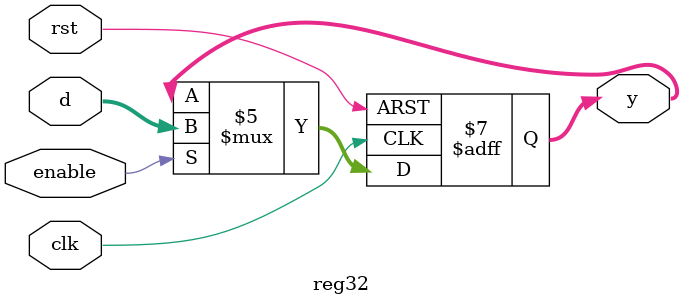
<source format=sv>
module reg32(rst, clk, enable, d, y);
	input logic clk, rst, enable;
	input logic[31:0] d;
	output logic[31:0] y;
	always@(posedge clk or posedge rst) begin
		if(rst == 1'b1) begin
			y = 32'b0;
		end
		else if(enable == 1'b1) begin
			y = d;
		end
	end	
endmodule


</source>
